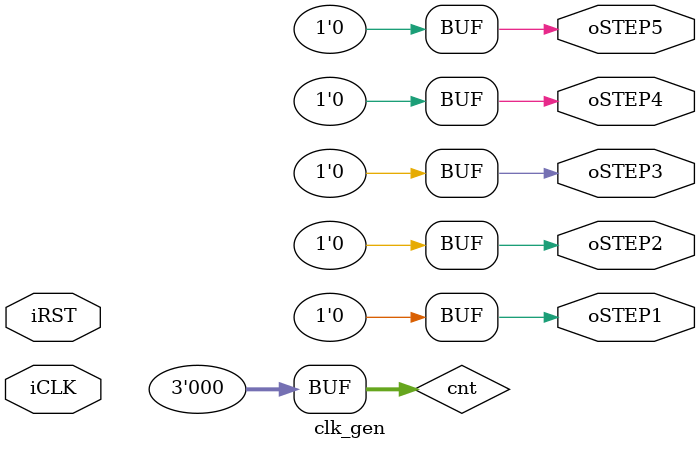
<source format=v>


module clk_gen(
	input iCLK,
	input iRST,
	output reg oSTEP1,
	output reg oSTEP2,
	output reg oSTEP3,
	output reg oSTEP4,
	output reg oSTEP5
);

	always @(iRST) begin
		cnt = 0;
		oSTEP1 = 0;
		oSTEP2 = 0;
		oSTEP3 = 0;
		oSTEP4 = 0;
		oSTEP5 = 0;
	end

	reg [2:0] cnt;
	always @(posedge iCLK) begin

		if (cnt == 3'd5) cnt = 0;

		if (cnt == 3'd0)
		begin
			oSTEP1 = 1'b1;
			oSTEP2 = 1'b0;
			oSTEP3 = 1'b0;
			oSTEP4 = 1'b0;
			oSTEP5 = 1'b0;
		end
		else if (cnt == 3'd1)
		begin
			oSTEP1 = 1'b0;
			oSTEP2 = 1'b1;
			oSTEP3 = 1'b0;
			oSTEP4 = 1'b0;
			oSTEP5 = 1'b0;
		end
		else if (cnt == 3'd2)
		begin
			oSTEP1 = 1'b0;
			oSTEP2 = 1'b0;
			oSTEP3 = 1'b1;
			oSTEP4 = 1'b0;
			oSTEP5 = 1'b0;
		end
		else if (cnt == 3'd3)
		begin
			oSTEP1 = 1'b0;
			oSTEP2 = 1'b0;
			oSTEP3 = 1'b0;
			oSTEP4 = 1'b1;
			oSTEP5 = 1'b0;
		end
		else if (cnt == 3'd4)
		begin
			oSTEP1 = 1'b0;
			oSTEP2 = 1'b0;
			oSTEP3 = 1'b0;
			oSTEP4 = 1'b0;
			oSTEP5 = 1'b1;
		end

		cnt = cnt+1;
	end

	// always @(negedge iCLK) begin
	// 	$display("%-b %-b %-b %-b %-b",
	// 		oSTEP1,
	// 		oSTEP2,
	// 		oSTEP3,
	// 		oSTEP4,
	// 		oSTEP5
	// 	);
	// end


endmodule

</source>
